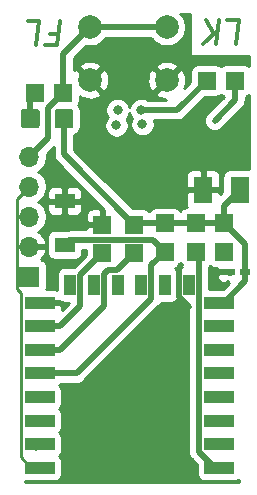
<source format=gbr>
G04 #@! TF.GenerationSoftware,KiCad,Pcbnew,(5.1.9)-1*
G04 #@! TF.CreationDate,2021-03-01T14:21:52+01:00*
G04 #@! TF.ProjectId,button_v1.2.2_Coin_Cell,62757474-6f6e-45f7-9631-2e322e325f43,rev?*
G04 #@! TF.SameCoordinates,Original*
G04 #@! TF.FileFunction,Copper,L1,Top*
G04 #@! TF.FilePolarity,Positive*
%FSLAX46Y46*%
G04 Gerber Fmt 4.6, Leading zero omitted, Abs format (unit mm)*
G04 Created by KiCad (PCBNEW (5.1.9)-1) date 2021-03-01 14:21:52*
%MOMM*%
%LPD*%
G01*
G04 APERTURE LIST*
G04 #@! TA.AperFunction,NonConductor*
%ADD10C,0.300000*%
G04 #@! TD*
G04 #@! TA.AperFunction,SMDPad,CuDef*
%ADD11R,2.500000X1.000000*%
G04 #@! TD*
G04 #@! TA.AperFunction,SMDPad,CuDef*
%ADD12R,1.000000X1.800000*%
G04 #@! TD*
G04 #@! TA.AperFunction,SMDPad,CuDef*
%ADD13R,1.650000X2.250000*%
G04 #@! TD*
G04 #@! TA.AperFunction,SMDPad,CuDef*
%ADD14R,0.900000X0.620000*%
G04 #@! TD*
G04 #@! TA.AperFunction,SMDPad,CuDef*
%ADD15R,1.500000X1.500000*%
G04 #@! TD*
G04 #@! TA.AperFunction,ComponentPad*
%ADD16C,2.000000*%
G04 #@! TD*
G04 #@! TA.AperFunction,SMDPad,CuDef*
%ADD17R,1.700000X1.300000*%
G04 #@! TD*
G04 #@! TA.AperFunction,ComponentPad*
%ADD18O,1.700000X1.700000*%
G04 #@! TD*
G04 #@! TA.AperFunction,ComponentPad*
%ADD19R,1.700000X1.700000*%
G04 #@! TD*
G04 #@! TA.AperFunction,ViaPad*
%ADD20C,0.800000*%
G04 #@! TD*
G04 #@! TA.AperFunction,ViaPad*
%ADD21C,0.500000*%
G04 #@! TD*
G04 #@! TA.AperFunction,Conductor*
%ADD22C,0.500000*%
G04 #@! TD*
G04 #@! TA.AperFunction,Conductor*
%ADD23C,0.250000*%
G04 #@! TD*
G04 #@! TA.AperFunction,Conductor*
%ADD24C,0.254000*%
G04 #@! TD*
G04 #@! TA.AperFunction,Conductor*
%ADD25C,0.150000*%
G04 #@! TD*
G04 APERTURE END LIST*
D10*
X133980922Y-55795238D02*
X134933303Y-55795238D01*
X134683303Y-57795238D01*
X133314255Y-55795238D02*
X133064255Y-57795238D01*
X132171398Y-55795238D02*
X132885684Y-56938095D01*
X131921398Y-57795238D02*
X133207113Y-56652380D01*
X118992827Y-56942857D02*
X119659494Y-56942857D01*
X119790446Y-55895238D02*
X119540446Y-57895238D01*
X118588065Y-57895238D01*
X117123779Y-55895238D02*
X118076160Y-55895238D01*
X117826160Y-57895238D01*
D11*
G04 #@! TO.P,X1,22*
G04 #@! TO.N,/TX*
X118100000Y-93700000D03*
G04 #@! TO.P,X1,21*
G04 #@! TO.N,/RX*
X118100000Y-91700000D03*
G04 #@! TO.P,X1,20*
G04 #@! TO.N,N/C*
X118100000Y-89700000D03*
G04 #@! TO.P,X1,19*
X118100000Y-87700000D03*
G04 #@! TO.P,X1,18*
G04 #@! TO.N,/GPIO0*
X118100000Y-85700000D03*
G04 #@! TO.P,X1,17*
G04 #@! TO.N,/GPIO2*
X118100000Y-83700000D03*
G04 #@! TO.P,X1,16*
G04 #@! TO.N,/GPIO15*
X118100000Y-81700000D03*
G04 #@! TO.P,X1,15*
G04 #@! TO.N,/GND*
X118100000Y-79700000D03*
D12*
G04 #@! TO.P,X1,14*
G04 #@! TO.N,N/C*
X120700000Y-78200000D03*
G04 #@! TO.P,X1,13*
X122700000Y-78200000D03*
G04 #@! TO.P,X1,12*
X124700000Y-78200000D03*
G04 #@! TO.P,X1,11*
X126700000Y-78200000D03*
G04 #@! TO.P,X1,10*
X128700000Y-78200000D03*
G04 #@! TO.P,X1,9*
X130700000Y-78200000D03*
D11*
G04 #@! TO.P,X1,8*
G04 #@! TO.N,/VCC*
X133300000Y-79700000D03*
G04 #@! TO.P,X1,7*
G04 #@! TO.N,N/C*
X133300000Y-81700000D03*
G04 #@! TO.P,X1,6*
X133300000Y-83700000D03*
G04 #@! TO.P,X1,5*
X133300000Y-85700000D03*
G04 #@! TO.P,X1,4*
X133300000Y-87700000D03*
G04 #@! TO.P,X1,3*
G04 #@! TO.N,/EN*
X133300000Y-89700000D03*
G04 #@! TO.P,X1,2*
G04 #@! TO.N,N/C*
X133300000Y-91700000D03*
G04 #@! TO.P,X1,1*
G04 #@! TO.N,/RST*
X133300000Y-93700000D03*
G04 #@! TD*
G04 #@! TO.P,D1,2*
G04 #@! TO.N,Net-(D1-Pad2)*
G04 #@! TA.AperFunction,SMDPad,CuDef*
G36*
G01*
X118105000Y-63555000D02*
X118105000Y-64705000D01*
G75*
G02*
X117855000Y-64955000I-250000J0D01*
G01*
X116755000Y-64955000D01*
G75*
G02*
X116505000Y-64705000I0J250000D01*
G01*
X116505000Y-63555000D01*
G75*
G02*
X116755000Y-63305000I250000J0D01*
G01*
X117855000Y-63305000D01*
G75*
G02*
X118105000Y-63555000I0J-250000D01*
G01*
G37*
G04 #@! TD.AperFunction*
G04 #@! TO.P,D1,1*
G04 #@! TO.N,/VCC*
G04 #@! TA.AperFunction,SMDPad,CuDef*
G36*
G01*
X120955000Y-63555000D02*
X120955000Y-64705000D01*
G75*
G02*
X120705000Y-64955000I-250000J0D01*
G01*
X119605000Y-64955000D01*
G75*
G02*
X119355000Y-64705000I0J250000D01*
G01*
X119355000Y-63555000D01*
G75*
G02*
X119605000Y-63305000I250000J0D01*
G01*
X120705000Y-63305000D01*
G75*
G02*
X120955000Y-63555000I0J-250000D01*
G01*
G37*
G04 #@! TD.AperFunction*
G04 #@! TD*
D13*
G04 #@! TO.P,C4,2*
G04 #@! TO.N,/GND*
X131927000Y-70164960D03*
G04 #@! TO.P,C4,1*
G04 #@! TO.N,/VCC*
X135027000Y-70164960D03*
G04 #@! TD*
D14*
G04 #@! TO.P,C5,2*
G04 #@! TO.N,/GND*
X134178280Y-77109320D03*
G04 #@! TO.P,C5,1*
G04 #@! TO.N,/VCC*
X135478280Y-77109320D03*
G04 #@! TD*
D15*
G04 #@! TO.P,R7,2*
G04 #@! TO.N,Net-(R7-Pad2)*
X134640000Y-60910000D03*
G04 #@! TO.P,R7,1*
G04 #@! TO.N,Net-(BT1-Pad1)*
X132240000Y-60910000D03*
G04 #@! TD*
G04 #@! TO.P,R6,2*
G04 #@! TO.N,/RST*
X120080000Y-61920000D03*
G04 #@! TO.P,R6,1*
G04 #@! TO.N,Net-(D1-Pad2)*
X117680000Y-61920000D03*
G04 #@! TD*
G04 #@! TO.P,R5,2*
G04 #@! TO.N,/GPIO15*
X123400000Y-75500000D03*
G04 #@! TO.P,R5,1*
G04 #@! TO.N,/GND*
X123400000Y-73100000D03*
G04 #@! TD*
G04 #@! TO.P,R4,2*
G04 #@! TO.N,/GPIO0*
X128700000Y-75400000D03*
G04 #@! TO.P,R4,1*
G04 #@! TO.N,/VCC*
X128700000Y-73000000D03*
G04 #@! TD*
G04 #@! TO.P,R3,2*
G04 #@! TO.N,/RST*
X131300000Y-75400000D03*
G04 #@! TO.P,R3,1*
G04 #@! TO.N,/VCC*
X131300000Y-73000000D03*
G04 #@! TD*
G04 #@! TO.P,R2,2*
G04 #@! TO.N,/GPIO2*
X126100000Y-75500000D03*
G04 #@! TO.P,R2,1*
G04 #@! TO.N,/VCC*
X126100000Y-73100000D03*
G04 #@! TD*
G04 #@! TO.P,R1,2*
G04 #@! TO.N,/EN*
X133700000Y-75400000D03*
G04 #@! TO.P,R1,1*
G04 #@! TO.N,/VCC*
X133700000Y-73000000D03*
G04 #@! TD*
D16*
G04 #@! TO.P,SW1,1*
G04 #@! TO.N,/RST*
X128850000Y-56380000D03*
G04 #@! TO.P,SW1,2*
G04 #@! TO.N,/GND*
X128850000Y-60880000D03*
G04 #@! TO.P,SW1,1*
G04 #@! TO.N,/RST*
X122350000Y-56380000D03*
G04 #@! TO.P,SW1,2*
G04 #@! TO.N,/GND*
X122350000Y-60880000D03*
G04 #@! TD*
D17*
G04 #@! TO.P,SW2,2*
G04 #@! TO.N,/GND*
X120205500Y-71111500D03*
G04 #@! TO.P,SW2,1*
G04 #@! TO.N,/GPIO0*
X120205500Y-74811500D03*
G04 #@! TD*
D18*
G04 #@! TO.P,J1,5*
G04 #@! TO.N,/RST*
X117220000Y-67340000D03*
G04 #@! TO.P,J1,4*
G04 #@! TO.N,/TX*
X117220000Y-69880000D03*
G04 #@! TO.P,J1,3*
G04 #@! TO.N,/RX*
X117220000Y-72420000D03*
G04 #@! TO.P,J1,2*
G04 #@! TO.N,/GND*
X117220000Y-74960000D03*
D19*
G04 #@! TO.P,J1,1*
G04 #@! TO.N,/VCC*
X117220000Y-77500000D03*
G04 #@! TD*
D20*
G04 #@! TO.N,/VCC*
X135000000Y-70100000D03*
X133350010Y-79709210D03*
D21*
G04 #@! TO.N,/GND*
X134200000Y-77100000D03*
D20*
X123500000Y-73100000D03*
X118600000Y-79700000D03*
X117500000Y-79800000D03*
X120200000Y-71100000D03*
X124900000Y-94000000D03*
X126800000Y-94000000D03*
X126700000Y-92700000D03*
X124700000Y-92800000D03*
D21*
X131700000Y-70700000D03*
X131800000Y-69700000D03*
X135100000Y-65300000D03*
X131900000Y-64300000D03*
X125200000Y-70700000D03*
X133300000Y-77100000D03*
X130100000Y-76500000D03*
D20*
G04 #@! TO.N,/RST*
X133300000Y-93700000D03*
D21*
X131400000Y-75500000D03*
D20*
G04 #@! TO.N,/RX*
X117750000Y-91850000D03*
G04 #@! TO.N,/EN*
X133700000Y-75500000D03*
X133300000Y-89700000D03*
G04 #@! TO.N,Net-(BT1-Pad1)*
X126800000Y-64600000D03*
X126700000Y-63400000D03*
X124700000Y-63400000D03*
X124600000Y-64700000D03*
D21*
G04 #@! TO.N,Net-(R7-Pad2)*
X132900000Y-64300000D03*
G04 #@! TD*
D22*
G04 #@! TO.N,/VCC*
X133700000Y-71491960D02*
X135027000Y-70164960D01*
X133700000Y-73000000D02*
X133700000Y-71491960D01*
X133700000Y-73000000D02*
X131300000Y-73000000D01*
X131300000Y-73000000D02*
X128700000Y-73000000D01*
X126200000Y-73000000D02*
X126100000Y-73100000D01*
X128700000Y-73000000D02*
X126200000Y-73000000D01*
X135478280Y-74778280D02*
X135478280Y-77109320D01*
X133700000Y-73000000D02*
X135478280Y-74778280D01*
X133300000Y-79700000D02*
X133300000Y-79700000D01*
X135478280Y-77109320D02*
X135478280Y-77919320D01*
X135478280Y-77919320D02*
X133688390Y-79709210D01*
X133688390Y-79709210D02*
X133350010Y-79709210D01*
X120155000Y-67155000D02*
X126100000Y-73100000D01*
X120155000Y-64130000D02*
X120155000Y-67155000D01*
G04 #@! TO.N,/GND*
X131927000Y-70164960D02*
X125735040Y-70164960D01*
X125735040Y-70164960D02*
X125200000Y-70700000D01*
X125200000Y-70700000D02*
X125200000Y-70700000D01*
X129849999Y-76750001D02*
X129849999Y-79249999D01*
X130100000Y-76500000D02*
X129849999Y-76750001D01*
X129849999Y-79249999D02*
X130700000Y-80100000D01*
G04 #@! TO.N,/RST*
X128850000Y-56380000D02*
X122350000Y-56380000D01*
X120080000Y-58650000D02*
X120080000Y-61920000D01*
X122350000Y-56380000D02*
X120080000Y-58650000D01*
X118780001Y-63219999D02*
X120080000Y-61920000D01*
X118780001Y-65779999D02*
X118780001Y-63219999D01*
X117220000Y-67340000D02*
X118780001Y-65779999D01*
X132919998Y-93700000D02*
X133300000Y-93700000D01*
X131550001Y-92330003D02*
X132919998Y-93700000D01*
X131550001Y-75650001D02*
X131550001Y-92330003D01*
X131300000Y-75400000D02*
X131550001Y-75650001D01*
X133300000Y-93700000D02*
X133300000Y-93700000D01*
D23*
G04 #@! TO.N,/TX*
X118100000Y-93700000D02*
X117400000Y-93700000D01*
X116144999Y-70955001D02*
X117220000Y-69880000D01*
X116144999Y-78530001D02*
X116144999Y-70955001D01*
X116480010Y-78865012D02*
X116144999Y-78530001D01*
X116480010Y-92780010D02*
X116480010Y-78865012D01*
X117400000Y-93700000D02*
X116480010Y-92780010D01*
D22*
G04 #@! TO.N,/GPIO2*
X119850000Y-83700000D02*
X118100000Y-83700000D01*
X123550001Y-77319997D02*
X123550001Y-79999999D01*
X123919999Y-76949999D02*
X123550001Y-77319997D01*
X124650001Y-76949999D02*
X123919999Y-76949999D01*
X123550001Y-79999999D02*
X119850000Y-83700000D01*
X126100000Y-75500000D02*
X124650001Y-76949999D01*
G04 #@! TO.N,/GPIO0*
X121230002Y-85700000D02*
X118100000Y-85700000D01*
X127550001Y-79380001D02*
X121230002Y-85700000D01*
X127550001Y-76549999D02*
X127550001Y-79380001D01*
X128700000Y-75400000D02*
X127550001Y-76549999D01*
X120617001Y-74399999D02*
X127699999Y-74399999D01*
X127699999Y-74399999D02*
X128700000Y-75400000D01*
X120205500Y-74811500D02*
X120617001Y-74399999D01*
G04 #@! TO.N,Net-(BT1-Pad1)*
X129750000Y-63400000D02*
X132240000Y-60910000D01*
X126700000Y-63400000D02*
X129750000Y-63400000D01*
G04 #@! TO.N,/GPIO15*
X119850000Y-81700000D02*
X118100000Y-81700000D01*
X121550001Y-79999999D02*
X119850000Y-81700000D01*
X121550001Y-77349999D02*
X121550001Y-79999999D01*
X123400000Y-75500000D02*
X121550001Y-77349999D01*
G04 #@! TO.N,Net-(R7-Pad2)*
X134640000Y-60910000D02*
X134640000Y-62560000D01*
X134640000Y-62560000D02*
X132900000Y-64300000D01*
X132900000Y-64300000D02*
X132900000Y-64300000D01*
G04 #@! TO.N,Net-(D1-Pad2)*
X117305000Y-62295000D02*
X117680000Y-61920000D01*
X117305000Y-64130000D02*
X117305000Y-62295000D01*
G04 #@! TD*
D24*
G04 #@! TO.N,/GND*
X129748815Y-79551185D02*
X129845506Y-79630537D01*
X129955820Y-79689502D01*
X130075518Y-79725812D01*
X130200000Y-79738072D01*
X130665001Y-79738072D01*
X130665002Y-92286524D01*
X130660720Y-92330003D01*
X130677806Y-92503493D01*
X130728413Y-92670316D01*
X130810591Y-92824062D01*
X130893469Y-92925049D01*
X130893472Y-92925052D01*
X130921185Y-92958820D01*
X130954952Y-92986532D01*
X131411928Y-93443508D01*
X131411928Y-94200000D01*
X131424188Y-94324482D01*
X131460498Y-94444180D01*
X131519463Y-94554494D01*
X131598815Y-94651185D01*
X131695506Y-94730537D01*
X131805820Y-94789502D01*
X131925518Y-94825812D01*
X132050000Y-94838072D01*
X134550000Y-94838072D01*
X134674482Y-94825812D01*
X134794180Y-94789502D01*
X134904494Y-94730537D01*
X134951001Y-94692370D01*
X134951001Y-94873000D01*
X116890000Y-94873000D01*
X116890000Y-94838072D01*
X119350000Y-94838072D01*
X119474482Y-94825812D01*
X119594180Y-94789502D01*
X119704494Y-94730537D01*
X119801185Y-94651185D01*
X119880537Y-94554494D01*
X119939502Y-94444180D01*
X119975812Y-94324482D01*
X119988072Y-94200000D01*
X119988072Y-93200000D01*
X119975812Y-93075518D01*
X119939502Y-92955820D01*
X119880537Y-92845506D01*
X119801185Y-92748815D01*
X119741704Y-92700000D01*
X119801185Y-92651185D01*
X119880537Y-92554494D01*
X119939502Y-92444180D01*
X119975812Y-92324482D01*
X119988072Y-92200000D01*
X119988072Y-91200000D01*
X119975812Y-91075518D01*
X119939502Y-90955820D01*
X119880537Y-90845506D01*
X119801185Y-90748815D01*
X119741704Y-90700000D01*
X119801185Y-90651185D01*
X119880537Y-90554494D01*
X119939502Y-90444180D01*
X119975812Y-90324482D01*
X119988072Y-90200000D01*
X119988072Y-89200000D01*
X119975812Y-89075518D01*
X119939502Y-88955820D01*
X119880537Y-88845506D01*
X119801185Y-88748815D01*
X119741704Y-88700000D01*
X119801185Y-88651185D01*
X119880537Y-88554494D01*
X119939502Y-88444180D01*
X119975812Y-88324482D01*
X119988072Y-88200000D01*
X119988072Y-87200000D01*
X119975812Y-87075518D01*
X119939502Y-86955820D01*
X119880537Y-86845506D01*
X119801185Y-86748815D01*
X119741704Y-86700000D01*
X119801185Y-86651185D01*
X119855501Y-86585000D01*
X121186533Y-86585000D01*
X121230002Y-86589281D01*
X121273471Y-86585000D01*
X121273479Y-86585000D01*
X121403492Y-86572195D01*
X121570315Y-86521589D01*
X121724061Y-86439411D01*
X121858819Y-86328817D01*
X121886536Y-86295044D01*
X128145050Y-80036531D01*
X128178818Y-80008818D01*
X128289412Y-79874060D01*
X128362098Y-79738072D01*
X129200000Y-79738072D01*
X129324482Y-79725812D01*
X129444180Y-79689502D01*
X129554494Y-79630537D01*
X129651185Y-79551185D01*
X129700000Y-79491704D01*
X129748815Y-79551185D01*
G04 #@! TA.AperFunction,Conductor*
D25*
G36*
X129748815Y-79551185D02*
G01*
X129845506Y-79630537D01*
X129955820Y-79689502D01*
X130075518Y-79725812D01*
X130200000Y-79738072D01*
X130665001Y-79738072D01*
X130665002Y-92286524D01*
X130660720Y-92330003D01*
X130677806Y-92503493D01*
X130728413Y-92670316D01*
X130810591Y-92824062D01*
X130893469Y-92925049D01*
X130893472Y-92925052D01*
X130921185Y-92958820D01*
X130954952Y-92986532D01*
X131411928Y-93443508D01*
X131411928Y-94200000D01*
X131424188Y-94324482D01*
X131460498Y-94444180D01*
X131519463Y-94554494D01*
X131598815Y-94651185D01*
X131695506Y-94730537D01*
X131805820Y-94789502D01*
X131925518Y-94825812D01*
X132050000Y-94838072D01*
X134550000Y-94838072D01*
X134674482Y-94825812D01*
X134794180Y-94789502D01*
X134904494Y-94730537D01*
X134951001Y-94692370D01*
X134951001Y-94873000D01*
X116890000Y-94873000D01*
X116890000Y-94838072D01*
X119350000Y-94838072D01*
X119474482Y-94825812D01*
X119594180Y-94789502D01*
X119704494Y-94730537D01*
X119801185Y-94651185D01*
X119880537Y-94554494D01*
X119939502Y-94444180D01*
X119975812Y-94324482D01*
X119988072Y-94200000D01*
X119988072Y-93200000D01*
X119975812Y-93075518D01*
X119939502Y-92955820D01*
X119880537Y-92845506D01*
X119801185Y-92748815D01*
X119741704Y-92700000D01*
X119801185Y-92651185D01*
X119880537Y-92554494D01*
X119939502Y-92444180D01*
X119975812Y-92324482D01*
X119988072Y-92200000D01*
X119988072Y-91200000D01*
X119975812Y-91075518D01*
X119939502Y-90955820D01*
X119880537Y-90845506D01*
X119801185Y-90748815D01*
X119741704Y-90700000D01*
X119801185Y-90651185D01*
X119880537Y-90554494D01*
X119939502Y-90444180D01*
X119975812Y-90324482D01*
X119988072Y-90200000D01*
X119988072Y-89200000D01*
X119975812Y-89075518D01*
X119939502Y-88955820D01*
X119880537Y-88845506D01*
X119801185Y-88748815D01*
X119741704Y-88700000D01*
X119801185Y-88651185D01*
X119880537Y-88554494D01*
X119939502Y-88444180D01*
X119975812Y-88324482D01*
X119988072Y-88200000D01*
X119988072Y-87200000D01*
X119975812Y-87075518D01*
X119939502Y-86955820D01*
X119880537Y-86845506D01*
X119801185Y-86748815D01*
X119741704Y-86700000D01*
X119801185Y-86651185D01*
X119855501Y-86585000D01*
X121186533Y-86585000D01*
X121230002Y-86589281D01*
X121273471Y-86585000D01*
X121273479Y-86585000D01*
X121403492Y-86572195D01*
X121570315Y-86521589D01*
X121724061Y-86439411D01*
X121858819Y-86328817D01*
X121886536Y-86295044D01*
X128145050Y-80036531D01*
X128178818Y-80008818D01*
X128289412Y-79874060D01*
X128362098Y-79738072D01*
X129200000Y-79738072D01*
X129324482Y-79725812D01*
X129444180Y-79689502D01*
X129554494Y-79630537D01*
X129651185Y-79551185D01*
X129700000Y-79491704D01*
X129748815Y-79551185D01*
G37*
G04 #@! TD.AperFunction*
D24*
X118227000Y-79573000D02*
X119775397Y-79573000D01*
X119845506Y-79630537D01*
X119955820Y-79689502D01*
X120075518Y-79725812D01*
X120200000Y-79738072D01*
X120560349Y-79738072D01*
X119976017Y-80322405D01*
X119988072Y-80200000D01*
X119985000Y-79985750D01*
X119826250Y-79827000D01*
X118227000Y-79827000D01*
X118227000Y-79847000D01*
X117973000Y-79847000D01*
X117973000Y-79827000D01*
X117953000Y-79827000D01*
X117953000Y-79573000D01*
X117973000Y-79573000D01*
X117973000Y-79553000D01*
X118227000Y-79553000D01*
X118227000Y-79573000D01*
G04 #@! TA.AperFunction,Conductor*
D25*
G36*
X118227000Y-79573000D02*
G01*
X119775397Y-79573000D01*
X119845506Y-79630537D01*
X119955820Y-79689502D01*
X120075518Y-79725812D01*
X120200000Y-79738072D01*
X120560349Y-79738072D01*
X119976017Y-80322405D01*
X119988072Y-80200000D01*
X119985000Y-79985750D01*
X119826250Y-79827000D01*
X118227000Y-79827000D01*
X118227000Y-79847000D01*
X117973000Y-79847000D01*
X117973000Y-79827000D01*
X117953000Y-79827000D01*
X117953000Y-79573000D01*
X117973000Y-79573000D01*
X117973000Y-79553000D01*
X118227000Y-79553000D01*
X118227000Y-79573000D01*
G37*
G04 #@! TD.AperFunction*
D24*
X119270001Y-67111521D02*
X119265719Y-67155000D01*
X119282805Y-67328490D01*
X119333412Y-67495313D01*
X119415590Y-67649059D01*
X119498468Y-67750046D01*
X119498471Y-67750049D01*
X119526184Y-67783817D01*
X119559952Y-67811530D01*
X123574586Y-71826164D01*
X123527000Y-71873750D01*
X123527000Y-72973000D01*
X123547000Y-72973000D01*
X123547000Y-73227000D01*
X123527000Y-73227000D01*
X123527000Y-73247000D01*
X123273000Y-73247000D01*
X123273000Y-73227000D01*
X122173750Y-73227000D01*
X122015000Y-73385750D01*
X122014145Y-73514999D01*
X120660466Y-73514999D01*
X120617000Y-73510718D01*
X120573534Y-73514999D01*
X120573524Y-73514999D01*
X120487942Y-73523428D01*
X119355500Y-73523428D01*
X119231018Y-73535688D01*
X119111320Y-73571998D01*
X119001006Y-73630963D01*
X118904315Y-73710315D01*
X118824963Y-73807006D01*
X118765998Y-73917320D01*
X118729688Y-74037018D01*
X118717428Y-74161500D01*
X118717428Y-75461500D01*
X118729688Y-75585982D01*
X118765998Y-75705680D01*
X118824963Y-75815994D01*
X118904315Y-75912685D01*
X119001006Y-75992037D01*
X119111320Y-76051002D01*
X119231018Y-76087312D01*
X119355500Y-76099572D01*
X121055500Y-76099572D01*
X121179982Y-76087312D01*
X121299680Y-76051002D01*
X121409994Y-75992037D01*
X121506685Y-75912685D01*
X121586037Y-75815994D01*
X121645002Y-75705680D01*
X121681312Y-75585982D01*
X121693572Y-75461500D01*
X121693572Y-75284999D01*
X122011928Y-75284999D01*
X122011928Y-75636493D01*
X120986494Y-76661928D01*
X120200000Y-76661928D01*
X120075518Y-76674188D01*
X119955820Y-76710498D01*
X119845506Y-76769463D01*
X119748815Y-76848815D01*
X119669463Y-76945506D01*
X119610498Y-77055820D01*
X119574188Y-77175518D01*
X119561928Y-77300000D01*
X119561928Y-78600714D01*
X119474482Y-78574188D01*
X119350000Y-78561928D01*
X118668627Y-78564099D01*
X118695812Y-78474482D01*
X118708072Y-78350000D01*
X118708072Y-76650000D01*
X118695812Y-76525518D01*
X118659502Y-76405820D01*
X118600537Y-76295506D01*
X118521185Y-76198815D01*
X118424494Y-76119463D01*
X118314180Y-76060498D01*
X118233534Y-76036034D01*
X118317588Y-75960269D01*
X118491641Y-75726920D01*
X118616825Y-75464099D01*
X118661476Y-75316890D01*
X118540155Y-75087000D01*
X117347000Y-75087000D01*
X117347000Y-75107000D01*
X117093000Y-75107000D01*
X117093000Y-75087000D01*
X117073000Y-75087000D01*
X117073000Y-74833000D01*
X117093000Y-74833000D01*
X117093000Y-74813000D01*
X117347000Y-74813000D01*
X117347000Y-74833000D01*
X118540155Y-74833000D01*
X118661476Y-74603110D01*
X118616825Y-74455901D01*
X118491641Y-74193080D01*
X118317588Y-73959731D01*
X118101355Y-73764822D01*
X117984466Y-73695195D01*
X118166632Y-73573475D01*
X118373475Y-73366632D01*
X118535990Y-73123411D01*
X118647932Y-72853158D01*
X118705000Y-72566260D01*
X118705000Y-72273740D01*
X118647932Y-71986842D01*
X118554593Y-71761500D01*
X118717428Y-71761500D01*
X118729688Y-71885982D01*
X118765998Y-72005680D01*
X118824963Y-72115994D01*
X118904315Y-72212685D01*
X119001006Y-72292037D01*
X119111320Y-72351002D01*
X119231018Y-72387312D01*
X119355500Y-72399572D01*
X119919750Y-72396500D01*
X120078500Y-72237750D01*
X120078500Y-71238500D01*
X120332500Y-71238500D01*
X120332500Y-72237750D01*
X120491250Y-72396500D01*
X121055500Y-72399572D01*
X121179982Y-72387312D01*
X121299680Y-72351002D01*
X121301554Y-72350000D01*
X122011928Y-72350000D01*
X122015000Y-72814250D01*
X122173750Y-72973000D01*
X123273000Y-72973000D01*
X123273000Y-71873750D01*
X123114250Y-71715000D01*
X122650000Y-71711928D01*
X122525518Y-71724188D01*
X122405820Y-71760498D01*
X122295506Y-71819463D01*
X122198815Y-71898815D01*
X122119463Y-71995506D01*
X122060498Y-72105820D01*
X122024188Y-72225518D01*
X122011928Y-72350000D01*
X121301554Y-72350000D01*
X121409994Y-72292037D01*
X121506685Y-72212685D01*
X121586037Y-72115994D01*
X121645002Y-72005680D01*
X121681312Y-71885982D01*
X121693572Y-71761500D01*
X121690500Y-71397250D01*
X121531750Y-71238500D01*
X120332500Y-71238500D01*
X120078500Y-71238500D01*
X118879250Y-71238500D01*
X118720500Y-71397250D01*
X118717428Y-71761500D01*
X118554593Y-71761500D01*
X118535990Y-71716589D01*
X118373475Y-71473368D01*
X118166632Y-71266525D01*
X117992240Y-71150000D01*
X118166632Y-71033475D01*
X118373475Y-70826632D01*
X118535990Y-70583411D01*
X118586486Y-70461500D01*
X118717428Y-70461500D01*
X118720500Y-70825750D01*
X118879250Y-70984500D01*
X120078500Y-70984500D01*
X120078500Y-69985250D01*
X120332500Y-69985250D01*
X120332500Y-70984500D01*
X121531750Y-70984500D01*
X121690500Y-70825750D01*
X121693572Y-70461500D01*
X121681312Y-70337018D01*
X121645002Y-70217320D01*
X121586037Y-70107006D01*
X121506685Y-70010315D01*
X121409994Y-69930963D01*
X121299680Y-69871998D01*
X121179982Y-69835688D01*
X121055500Y-69823428D01*
X120491250Y-69826500D01*
X120332500Y-69985250D01*
X120078500Y-69985250D01*
X119919750Y-69826500D01*
X119355500Y-69823428D01*
X119231018Y-69835688D01*
X119111320Y-69871998D01*
X119001006Y-69930963D01*
X118904315Y-70010315D01*
X118824963Y-70107006D01*
X118765998Y-70217320D01*
X118729688Y-70337018D01*
X118717428Y-70461500D01*
X118586486Y-70461500D01*
X118647932Y-70313158D01*
X118705000Y-70026260D01*
X118705000Y-69733740D01*
X118647932Y-69446842D01*
X118535990Y-69176589D01*
X118373475Y-68933368D01*
X118166632Y-68726525D01*
X117992240Y-68610000D01*
X118166632Y-68493475D01*
X118373475Y-68286632D01*
X118535990Y-68043411D01*
X118647932Y-67773158D01*
X118705000Y-67486260D01*
X118705000Y-67193740D01*
X118690539Y-67121040D01*
X119270001Y-66541578D01*
X119270001Y-67111521D01*
G04 #@! TA.AperFunction,Conductor*
D25*
G36*
X119270001Y-67111521D02*
G01*
X119265719Y-67155000D01*
X119282805Y-67328490D01*
X119333412Y-67495313D01*
X119415590Y-67649059D01*
X119498468Y-67750046D01*
X119498471Y-67750049D01*
X119526184Y-67783817D01*
X119559952Y-67811530D01*
X123574586Y-71826164D01*
X123527000Y-71873750D01*
X123527000Y-72973000D01*
X123547000Y-72973000D01*
X123547000Y-73227000D01*
X123527000Y-73227000D01*
X123527000Y-73247000D01*
X123273000Y-73247000D01*
X123273000Y-73227000D01*
X122173750Y-73227000D01*
X122015000Y-73385750D01*
X122014145Y-73514999D01*
X120660466Y-73514999D01*
X120617000Y-73510718D01*
X120573534Y-73514999D01*
X120573524Y-73514999D01*
X120487942Y-73523428D01*
X119355500Y-73523428D01*
X119231018Y-73535688D01*
X119111320Y-73571998D01*
X119001006Y-73630963D01*
X118904315Y-73710315D01*
X118824963Y-73807006D01*
X118765998Y-73917320D01*
X118729688Y-74037018D01*
X118717428Y-74161500D01*
X118717428Y-75461500D01*
X118729688Y-75585982D01*
X118765998Y-75705680D01*
X118824963Y-75815994D01*
X118904315Y-75912685D01*
X119001006Y-75992037D01*
X119111320Y-76051002D01*
X119231018Y-76087312D01*
X119355500Y-76099572D01*
X121055500Y-76099572D01*
X121179982Y-76087312D01*
X121299680Y-76051002D01*
X121409994Y-75992037D01*
X121506685Y-75912685D01*
X121586037Y-75815994D01*
X121645002Y-75705680D01*
X121681312Y-75585982D01*
X121693572Y-75461500D01*
X121693572Y-75284999D01*
X122011928Y-75284999D01*
X122011928Y-75636493D01*
X120986494Y-76661928D01*
X120200000Y-76661928D01*
X120075518Y-76674188D01*
X119955820Y-76710498D01*
X119845506Y-76769463D01*
X119748815Y-76848815D01*
X119669463Y-76945506D01*
X119610498Y-77055820D01*
X119574188Y-77175518D01*
X119561928Y-77300000D01*
X119561928Y-78600714D01*
X119474482Y-78574188D01*
X119350000Y-78561928D01*
X118668627Y-78564099D01*
X118695812Y-78474482D01*
X118708072Y-78350000D01*
X118708072Y-76650000D01*
X118695812Y-76525518D01*
X118659502Y-76405820D01*
X118600537Y-76295506D01*
X118521185Y-76198815D01*
X118424494Y-76119463D01*
X118314180Y-76060498D01*
X118233534Y-76036034D01*
X118317588Y-75960269D01*
X118491641Y-75726920D01*
X118616825Y-75464099D01*
X118661476Y-75316890D01*
X118540155Y-75087000D01*
X117347000Y-75087000D01*
X117347000Y-75107000D01*
X117093000Y-75107000D01*
X117093000Y-75087000D01*
X117073000Y-75087000D01*
X117073000Y-74833000D01*
X117093000Y-74833000D01*
X117093000Y-74813000D01*
X117347000Y-74813000D01*
X117347000Y-74833000D01*
X118540155Y-74833000D01*
X118661476Y-74603110D01*
X118616825Y-74455901D01*
X118491641Y-74193080D01*
X118317588Y-73959731D01*
X118101355Y-73764822D01*
X117984466Y-73695195D01*
X118166632Y-73573475D01*
X118373475Y-73366632D01*
X118535990Y-73123411D01*
X118647932Y-72853158D01*
X118705000Y-72566260D01*
X118705000Y-72273740D01*
X118647932Y-71986842D01*
X118554593Y-71761500D01*
X118717428Y-71761500D01*
X118729688Y-71885982D01*
X118765998Y-72005680D01*
X118824963Y-72115994D01*
X118904315Y-72212685D01*
X119001006Y-72292037D01*
X119111320Y-72351002D01*
X119231018Y-72387312D01*
X119355500Y-72399572D01*
X119919750Y-72396500D01*
X120078500Y-72237750D01*
X120078500Y-71238500D01*
X120332500Y-71238500D01*
X120332500Y-72237750D01*
X120491250Y-72396500D01*
X121055500Y-72399572D01*
X121179982Y-72387312D01*
X121299680Y-72351002D01*
X121301554Y-72350000D01*
X122011928Y-72350000D01*
X122015000Y-72814250D01*
X122173750Y-72973000D01*
X123273000Y-72973000D01*
X123273000Y-71873750D01*
X123114250Y-71715000D01*
X122650000Y-71711928D01*
X122525518Y-71724188D01*
X122405820Y-71760498D01*
X122295506Y-71819463D01*
X122198815Y-71898815D01*
X122119463Y-71995506D01*
X122060498Y-72105820D01*
X122024188Y-72225518D01*
X122011928Y-72350000D01*
X121301554Y-72350000D01*
X121409994Y-72292037D01*
X121506685Y-72212685D01*
X121586037Y-72115994D01*
X121645002Y-72005680D01*
X121681312Y-71885982D01*
X121693572Y-71761500D01*
X121690500Y-71397250D01*
X121531750Y-71238500D01*
X120332500Y-71238500D01*
X120078500Y-71238500D01*
X118879250Y-71238500D01*
X118720500Y-71397250D01*
X118717428Y-71761500D01*
X118554593Y-71761500D01*
X118535990Y-71716589D01*
X118373475Y-71473368D01*
X118166632Y-71266525D01*
X117992240Y-71150000D01*
X118166632Y-71033475D01*
X118373475Y-70826632D01*
X118535990Y-70583411D01*
X118586486Y-70461500D01*
X118717428Y-70461500D01*
X118720500Y-70825750D01*
X118879250Y-70984500D01*
X120078500Y-70984500D01*
X120078500Y-69985250D01*
X120332500Y-69985250D01*
X120332500Y-70984500D01*
X121531750Y-70984500D01*
X121690500Y-70825750D01*
X121693572Y-70461500D01*
X121681312Y-70337018D01*
X121645002Y-70217320D01*
X121586037Y-70107006D01*
X121506685Y-70010315D01*
X121409994Y-69930963D01*
X121299680Y-69871998D01*
X121179982Y-69835688D01*
X121055500Y-69823428D01*
X120491250Y-69826500D01*
X120332500Y-69985250D01*
X120078500Y-69985250D01*
X119919750Y-69826500D01*
X119355500Y-69823428D01*
X119231018Y-69835688D01*
X119111320Y-69871998D01*
X119001006Y-69930963D01*
X118904315Y-70010315D01*
X118824963Y-70107006D01*
X118765998Y-70217320D01*
X118729688Y-70337018D01*
X118717428Y-70461500D01*
X118586486Y-70461500D01*
X118647932Y-70313158D01*
X118705000Y-70026260D01*
X118705000Y-69733740D01*
X118647932Y-69446842D01*
X118535990Y-69176589D01*
X118373475Y-68933368D01*
X118166632Y-68726525D01*
X117992240Y-68610000D01*
X118166632Y-68493475D01*
X118373475Y-68286632D01*
X118535990Y-68043411D01*
X118647932Y-67773158D01*
X118705000Y-67486260D01*
X118705000Y-67193740D01*
X118690539Y-67121040D01*
X119270001Y-66541578D01*
X119270001Y-67111521D01*
G37*
G04 #@! TD.AperFunction*
D24*
X132595506Y-76680537D02*
X132705820Y-76739502D01*
X132825518Y-76775812D01*
X132950000Y-76788072D01*
X133091316Y-76788072D01*
X133090208Y-76799320D01*
X133093280Y-76823570D01*
X133252030Y-76982320D01*
X134051280Y-76982320D01*
X134051280Y-76962320D01*
X134305280Y-76962320D01*
X134305280Y-76982320D01*
X134325280Y-76982320D01*
X134325280Y-77236320D01*
X134305280Y-77236320D01*
X134305280Y-77256320D01*
X134051280Y-77256320D01*
X134051280Y-77236320D01*
X133252030Y-77236320D01*
X133093280Y-77395070D01*
X133090208Y-77419320D01*
X133102468Y-77543802D01*
X133138778Y-77663500D01*
X133197743Y-77773814D01*
X133277095Y-77870505D01*
X133373786Y-77949857D01*
X133484100Y-78008822D01*
X133603798Y-78045132D01*
X133728280Y-78057392D01*
X133892530Y-78054320D01*
X134051278Y-77895572D01*
X134051278Y-78054320D01*
X134091701Y-78054320D01*
X133584094Y-78561928D01*
X132435001Y-78561928D01*
X132435001Y-76655501D01*
X132500000Y-76602158D01*
X132595506Y-76680537D01*
G04 #@! TA.AperFunction,Conductor*
D25*
G36*
X132595506Y-76680537D02*
G01*
X132705820Y-76739502D01*
X132825518Y-76775812D01*
X132950000Y-76788072D01*
X133091316Y-76788072D01*
X133090208Y-76799320D01*
X133093280Y-76823570D01*
X133252030Y-76982320D01*
X134051280Y-76982320D01*
X134051280Y-76962320D01*
X134305280Y-76962320D01*
X134305280Y-76982320D01*
X134325280Y-76982320D01*
X134325280Y-77236320D01*
X134305280Y-77236320D01*
X134305280Y-77256320D01*
X134051280Y-77256320D01*
X134051280Y-77236320D01*
X133252030Y-77236320D01*
X133093280Y-77395070D01*
X133090208Y-77419320D01*
X133102468Y-77543802D01*
X133138778Y-77663500D01*
X133197743Y-77773814D01*
X133277095Y-77870505D01*
X133373786Y-77949857D01*
X133484100Y-78008822D01*
X133603798Y-78045132D01*
X133728280Y-78057392D01*
X133892530Y-78054320D01*
X134051278Y-77895572D01*
X134051278Y-78054320D01*
X134091701Y-78054320D01*
X133584094Y-78561928D01*
X132435001Y-78561928D01*
X132435001Y-76655501D01*
X132500000Y-76602158D01*
X132595506Y-76680537D01*
G37*
G04 #@! TD.AperFunction*
D24*
X130019463Y-76504494D02*
X130098815Y-76601185D01*
X130175742Y-76664317D01*
X130075518Y-76674188D01*
X129955820Y-76710498D01*
X129845506Y-76769463D01*
X129748815Y-76848815D01*
X129700000Y-76908296D01*
X129651185Y-76848815D01*
X129563543Y-76776889D01*
X129574482Y-76775812D01*
X129694180Y-76739502D01*
X129804494Y-76680537D01*
X129901185Y-76601185D01*
X129980537Y-76504494D01*
X130000000Y-76468082D01*
X130019463Y-76504494D01*
G04 #@! TA.AperFunction,Conductor*
D25*
G36*
X130019463Y-76504494D02*
G01*
X130098815Y-76601185D01*
X130175742Y-76664317D01*
X130075518Y-76674188D01*
X129955820Y-76710498D01*
X129845506Y-76769463D01*
X129748815Y-76848815D01*
X129700000Y-76908296D01*
X129651185Y-76848815D01*
X129563543Y-76776889D01*
X129574482Y-76775812D01*
X129694180Y-76739502D01*
X129804494Y-76680537D01*
X129901185Y-76601185D01*
X129980537Y-76504494D01*
X130000000Y-76468082D01*
X130019463Y-76504494D01*
G37*
G04 #@! TD.AperFunction*
D24*
X130805476Y-58850000D02*
X135840000Y-58850000D01*
X135840000Y-59707843D01*
X135744494Y-59629463D01*
X135634180Y-59570498D01*
X135514482Y-59534188D01*
X135390000Y-59521928D01*
X133890000Y-59521928D01*
X133765518Y-59534188D01*
X133645820Y-59570498D01*
X133535506Y-59629463D01*
X133440000Y-59707842D01*
X133344494Y-59629463D01*
X133234180Y-59570498D01*
X133114482Y-59534188D01*
X132990000Y-59521928D01*
X131490000Y-59521928D01*
X131365518Y-59534188D01*
X131245820Y-59570498D01*
X131135506Y-59629463D01*
X131038815Y-59708815D01*
X130959463Y-59805506D01*
X130900498Y-59915820D01*
X130864188Y-60035518D01*
X130851928Y-60160000D01*
X130851928Y-61046493D01*
X130336434Y-61561988D01*
X130390704Y-61450429D01*
X130472384Y-61138892D01*
X130491718Y-60817405D01*
X130447961Y-60498325D01*
X130342795Y-60193912D01*
X130249814Y-60019956D01*
X129985413Y-59924192D01*
X129029605Y-60880000D01*
X129043748Y-60894143D01*
X128864143Y-61073748D01*
X128850000Y-61059605D01*
X127894192Y-62015413D01*
X127989956Y-62279814D01*
X128279571Y-62420704D01*
X128591108Y-62502384D01*
X128800888Y-62515000D01*
X127238454Y-62515000D01*
X127190256Y-62482795D01*
X127001898Y-62404774D01*
X126801939Y-62365000D01*
X126598061Y-62365000D01*
X126398102Y-62404774D01*
X126209744Y-62482795D01*
X126040226Y-62596063D01*
X125896063Y-62740226D01*
X125782795Y-62909744D01*
X125704774Y-63098102D01*
X125700000Y-63122103D01*
X125695226Y-63098102D01*
X125617205Y-62909744D01*
X125503937Y-62740226D01*
X125359774Y-62596063D01*
X125190256Y-62482795D01*
X125001898Y-62404774D01*
X124801939Y-62365000D01*
X124598061Y-62365000D01*
X124398102Y-62404774D01*
X124209744Y-62482795D01*
X124040226Y-62596063D01*
X123896063Y-62740226D01*
X123782795Y-62909744D01*
X123704774Y-63098102D01*
X123665000Y-63298061D01*
X123665000Y-63501939D01*
X123704774Y-63701898D01*
X123782795Y-63890256D01*
X123848179Y-63988110D01*
X123796063Y-64040226D01*
X123682795Y-64209744D01*
X123604774Y-64398102D01*
X123565000Y-64598061D01*
X123565000Y-64801939D01*
X123604774Y-65001898D01*
X123682795Y-65190256D01*
X123796063Y-65359774D01*
X123940226Y-65503937D01*
X124109744Y-65617205D01*
X124298102Y-65695226D01*
X124498061Y-65735000D01*
X124701939Y-65735000D01*
X124901898Y-65695226D01*
X125090256Y-65617205D01*
X125259774Y-65503937D01*
X125403937Y-65359774D01*
X125517205Y-65190256D01*
X125595226Y-65001898D01*
X125635000Y-64801939D01*
X125635000Y-64598061D01*
X125595226Y-64398102D01*
X125517205Y-64209744D01*
X125451821Y-64111890D01*
X125503937Y-64059774D01*
X125617205Y-63890256D01*
X125695226Y-63701898D01*
X125700000Y-63677897D01*
X125704774Y-63701898D01*
X125782795Y-63890256D01*
X125896063Y-64059774D01*
X125908125Y-64071836D01*
X125882795Y-64109744D01*
X125804774Y-64298102D01*
X125765000Y-64498061D01*
X125765000Y-64701939D01*
X125804774Y-64901898D01*
X125882795Y-65090256D01*
X125996063Y-65259774D01*
X126140226Y-65403937D01*
X126309744Y-65517205D01*
X126498102Y-65595226D01*
X126698061Y-65635000D01*
X126901939Y-65635000D01*
X127101898Y-65595226D01*
X127290256Y-65517205D01*
X127459774Y-65403937D01*
X127603937Y-65259774D01*
X127717205Y-65090256D01*
X127795226Y-64901898D01*
X127835000Y-64701939D01*
X127835000Y-64498061D01*
X127795226Y-64298102D01*
X127789799Y-64285000D01*
X129706531Y-64285000D01*
X129750000Y-64289281D01*
X129793469Y-64285000D01*
X129793477Y-64285000D01*
X129923490Y-64272195D01*
X130090313Y-64221589D01*
X130244059Y-64139411D01*
X130378817Y-64028817D01*
X130406534Y-63995044D01*
X132103507Y-62298072D01*
X132990000Y-62298072D01*
X133114482Y-62285812D01*
X133234180Y-62249502D01*
X133344494Y-62190537D01*
X133440000Y-62112158D01*
X133535506Y-62190537D01*
X133645820Y-62249502D01*
X133686561Y-62261861D01*
X132335848Y-63612574D01*
X132335845Y-63612576D01*
X132304951Y-63643470D01*
X132271183Y-63671183D01*
X132243470Y-63704951D01*
X132212576Y-63735845D01*
X132188304Y-63772171D01*
X132160589Y-63805941D01*
X132139996Y-63844467D01*
X132115723Y-63880795D01*
X132099001Y-63921165D01*
X132078411Y-63959687D01*
X132065731Y-64001487D01*
X132049010Y-64041855D01*
X132040487Y-64084705D01*
X132027805Y-64126510D01*
X132023523Y-64169987D01*
X132015000Y-64212835D01*
X132015000Y-64256523D01*
X132010718Y-64300000D01*
X132015000Y-64343477D01*
X132015000Y-64387165D01*
X132023523Y-64430013D01*
X132027805Y-64473490D01*
X132040487Y-64515295D01*
X132049010Y-64558145D01*
X132065731Y-64598513D01*
X132078411Y-64640313D01*
X132099001Y-64678835D01*
X132115723Y-64719205D01*
X132139996Y-64755533D01*
X132160589Y-64794059D01*
X132188304Y-64827829D01*
X132212576Y-64864155D01*
X132243470Y-64895049D01*
X132271183Y-64928817D01*
X132304951Y-64956530D01*
X132335845Y-64987424D01*
X132372171Y-65011696D01*
X132405941Y-65039411D01*
X132444467Y-65060004D01*
X132480795Y-65084277D01*
X132521165Y-65100999D01*
X132559687Y-65121589D01*
X132601487Y-65134269D01*
X132641855Y-65150990D01*
X132684705Y-65159513D01*
X132726510Y-65172195D01*
X132769987Y-65176477D01*
X132812835Y-65185000D01*
X132856531Y-65185000D01*
X132900000Y-65189281D01*
X132943469Y-65185000D01*
X132987165Y-65185000D01*
X133030013Y-65176477D01*
X133073490Y-65172195D01*
X133115295Y-65159513D01*
X133158145Y-65150990D01*
X133198513Y-65134269D01*
X133240313Y-65121589D01*
X133278835Y-65100999D01*
X133319205Y-65084277D01*
X133355533Y-65060004D01*
X133394059Y-65039411D01*
X133427829Y-65011696D01*
X133464155Y-64987424D01*
X133495049Y-64956530D01*
X133528817Y-64928817D01*
X133556530Y-64895049D01*
X133587424Y-64864155D01*
X133587426Y-64864152D01*
X135235049Y-63216530D01*
X135268817Y-63188817D01*
X135328095Y-63116588D01*
X135379411Y-63054059D01*
X135461589Y-62900314D01*
X135512195Y-62733490D01*
X135518448Y-62670000D01*
X135525000Y-62603477D01*
X135525000Y-62603469D01*
X135529281Y-62560000D01*
X135525000Y-62516531D01*
X135525000Y-62282621D01*
X135634180Y-62249502D01*
X135744494Y-62190537D01*
X135840000Y-62112157D01*
X135840001Y-68401888D01*
X134202000Y-68401888D01*
X134077518Y-68414148D01*
X133957820Y-68450458D01*
X133847506Y-68509423D01*
X133750815Y-68588775D01*
X133671463Y-68685466D01*
X133612498Y-68795780D01*
X133576188Y-68915478D01*
X133563928Y-69039960D01*
X133563928Y-70376454D01*
X133387374Y-70553007D01*
X133387000Y-70450710D01*
X133228250Y-70291960D01*
X132054000Y-70291960D01*
X132054000Y-70311960D01*
X131800000Y-70311960D01*
X131800000Y-70291960D01*
X130625750Y-70291960D01*
X130467000Y-70450710D01*
X130463928Y-71289960D01*
X130476188Y-71414442D01*
X130512498Y-71534140D01*
X130554077Y-71611928D01*
X130550000Y-71611928D01*
X130425518Y-71624188D01*
X130305820Y-71660498D01*
X130195506Y-71719463D01*
X130098815Y-71798815D01*
X130019463Y-71895506D01*
X130000000Y-71931918D01*
X129980537Y-71895506D01*
X129901185Y-71798815D01*
X129804494Y-71719463D01*
X129694180Y-71660498D01*
X129574482Y-71624188D01*
X129450000Y-71611928D01*
X127950000Y-71611928D01*
X127825518Y-71624188D01*
X127705820Y-71660498D01*
X127595506Y-71719463D01*
X127498815Y-71798815D01*
X127419463Y-71895506D01*
X127371740Y-71984787D01*
X127301185Y-71898815D01*
X127204494Y-71819463D01*
X127094180Y-71760498D01*
X126974482Y-71724188D01*
X126850000Y-71711928D01*
X125963507Y-71711928D01*
X123291539Y-69039960D01*
X130463928Y-69039960D01*
X130467000Y-69879210D01*
X130625750Y-70037960D01*
X131800000Y-70037960D01*
X131800000Y-68563710D01*
X132054000Y-68563710D01*
X132054000Y-70037960D01*
X133228250Y-70037960D01*
X133387000Y-69879210D01*
X133390072Y-69039960D01*
X133377812Y-68915478D01*
X133341502Y-68795780D01*
X133282537Y-68685466D01*
X133203185Y-68588775D01*
X133106494Y-68509423D01*
X132996180Y-68450458D01*
X132876482Y-68414148D01*
X132752000Y-68401888D01*
X132212750Y-68404960D01*
X132054000Y-68563710D01*
X131800000Y-68563710D01*
X131641250Y-68404960D01*
X131102000Y-68401888D01*
X130977518Y-68414148D01*
X130857820Y-68450458D01*
X130747506Y-68509423D01*
X130650815Y-68588775D01*
X130571463Y-68685466D01*
X130512498Y-68795780D01*
X130476188Y-68915478D01*
X130463928Y-69039960D01*
X123291539Y-69039960D01*
X121040000Y-66788422D01*
X121040000Y-65526943D01*
X121044850Y-65525472D01*
X121198386Y-65443405D01*
X121332962Y-65332962D01*
X121443405Y-65198386D01*
X121525472Y-65044850D01*
X121576008Y-64878254D01*
X121593072Y-64705000D01*
X121593072Y-63555000D01*
X121576008Y-63381746D01*
X121525472Y-63215150D01*
X121443405Y-63061614D01*
X121381207Y-62985825D01*
X121419502Y-62914180D01*
X121455812Y-62794482D01*
X121468072Y-62670000D01*
X121468072Y-62219393D01*
X121489956Y-62279814D01*
X121779571Y-62420704D01*
X122091108Y-62502384D01*
X122412595Y-62521718D01*
X122731675Y-62477961D01*
X123036088Y-62372795D01*
X123210044Y-62279814D01*
X123305808Y-62015413D01*
X122350000Y-61059605D01*
X122335858Y-61073748D01*
X122156253Y-60894143D01*
X122170395Y-60880000D01*
X122529605Y-60880000D01*
X123485413Y-61835808D01*
X123749814Y-61740044D01*
X123890704Y-61450429D01*
X123972384Y-61138892D01*
X123984189Y-60942595D01*
X127208282Y-60942595D01*
X127252039Y-61261675D01*
X127357205Y-61566088D01*
X127450186Y-61740044D01*
X127714587Y-61835808D01*
X128670395Y-60880000D01*
X127714587Y-59924192D01*
X127450186Y-60019956D01*
X127309296Y-60309571D01*
X127227616Y-60621108D01*
X127208282Y-60942595D01*
X123984189Y-60942595D01*
X123991718Y-60817405D01*
X123947961Y-60498325D01*
X123842795Y-60193912D01*
X123749814Y-60019956D01*
X123485413Y-59924192D01*
X122529605Y-60880000D01*
X122170395Y-60880000D01*
X121214587Y-59924192D01*
X120965000Y-60014590D01*
X120965000Y-59744587D01*
X121394192Y-59744587D01*
X122350000Y-60700395D01*
X123305808Y-59744587D01*
X127894192Y-59744587D01*
X128850000Y-60700395D01*
X129805808Y-59744587D01*
X129710044Y-59480186D01*
X129420429Y-59339296D01*
X129108892Y-59257616D01*
X128787405Y-59238282D01*
X128468325Y-59282039D01*
X128163912Y-59387205D01*
X127989956Y-59480186D01*
X127894192Y-59744587D01*
X123305808Y-59744587D01*
X123210044Y-59480186D01*
X122920429Y-59339296D01*
X122608892Y-59257616D01*
X122287405Y-59238282D01*
X121968325Y-59282039D01*
X121663912Y-59387205D01*
X121489956Y-59480186D01*
X121394192Y-59744587D01*
X120965000Y-59744587D01*
X120965000Y-59016578D01*
X122003475Y-57978104D01*
X122188967Y-58015000D01*
X122511033Y-58015000D01*
X122826912Y-57952168D01*
X123124463Y-57828918D01*
X123392252Y-57649987D01*
X123619987Y-57422252D01*
X123725059Y-57265000D01*
X127474941Y-57265000D01*
X127580013Y-57422252D01*
X127807748Y-57649987D01*
X128075537Y-57828918D01*
X128373088Y-57952168D01*
X128688967Y-58015000D01*
X129011033Y-58015000D01*
X129326912Y-57952168D01*
X129624463Y-57828918D01*
X129892252Y-57649987D01*
X130119987Y-57422252D01*
X130298918Y-57154463D01*
X130422168Y-56856912D01*
X130485000Y-56541033D01*
X130485000Y-56218967D01*
X130422168Y-55903088D01*
X130298918Y-55605537D01*
X130119987Y-55337748D01*
X130013739Y-55231500D01*
X130805476Y-55231500D01*
X130805476Y-58850000D01*
G04 #@! TA.AperFunction,Conductor*
D25*
G36*
X130805476Y-58850000D02*
G01*
X135840000Y-58850000D01*
X135840000Y-59707843D01*
X135744494Y-59629463D01*
X135634180Y-59570498D01*
X135514482Y-59534188D01*
X135390000Y-59521928D01*
X133890000Y-59521928D01*
X133765518Y-59534188D01*
X133645820Y-59570498D01*
X133535506Y-59629463D01*
X133440000Y-59707842D01*
X133344494Y-59629463D01*
X133234180Y-59570498D01*
X133114482Y-59534188D01*
X132990000Y-59521928D01*
X131490000Y-59521928D01*
X131365518Y-59534188D01*
X131245820Y-59570498D01*
X131135506Y-59629463D01*
X131038815Y-59708815D01*
X130959463Y-59805506D01*
X130900498Y-59915820D01*
X130864188Y-60035518D01*
X130851928Y-60160000D01*
X130851928Y-61046493D01*
X130336434Y-61561988D01*
X130390704Y-61450429D01*
X130472384Y-61138892D01*
X130491718Y-60817405D01*
X130447961Y-60498325D01*
X130342795Y-60193912D01*
X130249814Y-60019956D01*
X129985413Y-59924192D01*
X129029605Y-60880000D01*
X129043748Y-60894143D01*
X128864143Y-61073748D01*
X128850000Y-61059605D01*
X127894192Y-62015413D01*
X127989956Y-62279814D01*
X128279571Y-62420704D01*
X128591108Y-62502384D01*
X128800888Y-62515000D01*
X127238454Y-62515000D01*
X127190256Y-62482795D01*
X127001898Y-62404774D01*
X126801939Y-62365000D01*
X126598061Y-62365000D01*
X126398102Y-62404774D01*
X126209744Y-62482795D01*
X126040226Y-62596063D01*
X125896063Y-62740226D01*
X125782795Y-62909744D01*
X125704774Y-63098102D01*
X125700000Y-63122103D01*
X125695226Y-63098102D01*
X125617205Y-62909744D01*
X125503937Y-62740226D01*
X125359774Y-62596063D01*
X125190256Y-62482795D01*
X125001898Y-62404774D01*
X124801939Y-62365000D01*
X124598061Y-62365000D01*
X124398102Y-62404774D01*
X124209744Y-62482795D01*
X124040226Y-62596063D01*
X123896063Y-62740226D01*
X123782795Y-62909744D01*
X123704774Y-63098102D01*
X123665000Y-63298061D01*
X123665000Y-63501939D01*
X123704774Y-63701898D01*
X123782795Y-63890256D01*
X123848179Y-63988110D01*
X123796063Y-64040226D01*
X123682795Y-64209744D01*
X123604774Y-64398102D01*
X123565000Y-64598061D01*
X123565000Y-64801939D01*
X123604774Y-65001898D01*
X123682795Y-65190256D01*
X123796063Y-65359774D01*
X123940226Y-65503937D01*
X124109744Y-65617205D01*
X124298102Y-65695226D01*
X124498061Y-65735000D01*
X124701939Y-65735000D01*
X124901898Y-65695226D01*
X125090256Y-65617205D01*
X125259774Y-65503937D01*
X125403937Y-65359774D01*
X125517205Y-65190256D01*
X125595226Y-65001898D01*
X125635000Y-64801939D01*
X125635000Y-64598061D01*
X125595226Y-64398102D01*
X125517205Y-64209744D01*
X125451821Y-64111890D01*
X125503937Y-64059774D01*
X125617205Y-63890256D01*
X125695226Y-63701898D01*
X125700000Y-63677897D01*
X125704774Y-63701898D01*
X125782795Y-63890256D01*
X125896063Y-64059774D01*
X125908125Y-64071836D01*
X125882795Y-64109744D01*
X125804774Y-64298102D01*
X125765000Y-64498061D01*
X125765000Y-64701939D01*
X125804774Y-64901898D01*
X125882795Y-65090256D01*
X125996063Y-65259774D01*
X126140226Y-65403937D01*
X126309744Y-65517205D01*
X126498102Y-65595226D01*
X126698061Y-65635000D01*
X126901939Y-65635000D01*
X127101898Y-65595226D01*
X127290256Y-65517205D01*
X127459774Y-65403937D01*
X127603937Y-65259774D01*
X127717205Y-65090256D01*
X127795226Y-64901898D01*
X127835000Y-64701939D01*
X127835000Y-64498061D01*
X127795226Y-64298102D01*
X127789799Y-64285000D01*
X129706531Y-64285000D01*
X129750000Y-64289281D01*
X129793469Y-64285000D01*
X129793477Y-64285000D01*
X129923490Y-64272195D01*
X130090313Y-64221589D01*
X130244059Y-64139411D01*
X130378817Y-64028817D01*
X130406534Y-63995044D01*
X132103507Y-62298072D01*
X132990000Y-62298072D01*
X133114482Y-62285812D01*
X133234180Y-62249502D01*
X133344494Y-62190537D01*
X133440000Y-62112158D01*
X133535506Y-62190537D01*
X133645820Y-62249502D01*
X133686561Y-62261861D01*
X132335848Y-63612574D01*
X132335845Y-63612576D01*
X132304951Y-63643470D01*
X132271183Y-63671183D01*
X132243470Y-63704951D01*
X132212576Y-63735845D01*
X132188304Y-63772171D01*
X132160589Y-63805941D01*
X132139996Y-63844467D01*
X132115723Y-63880795D01*
X132099001Y-63921165D01*
X132078411Y-63959687D01*
X132065731Y-64001487D01*
X132049010Y-64041855D01*
X132040487Y-64084705D01*
X132027805Y-64126510D01*
X132023523Y-64169987D01*
X132015000Y-64212835D01*
X132015000Y-64256523D01*
X132010718Y-64300000D01*
X132015000Y-64343477D01*
X132015000Y-64387165D01*
X132023523Y-64430013D01*
X132027805Y-64473490D01*
X132040487Y-64515295D01*
X132049010Y-64558145D01*
X132065731Y-64598513D01*
X132078411Y-64640313D01*
X132099001Y-64678835D01*
X132115723Y-64719205D01*
X132139996Y-64755533D01*
X132160589Y-64794059D01*
X132188304Y-64827829D01*
X132212576Y-64864155D01*
X132243470Y-64895049D01*
X132271183Y-64928817D01*
X132304951Y-64956530D01*
X132335845Y-64987424D01*
X132372171Y-65011696D01*
X132405941Y-65039411D01*
X132444467Y-65060004D01*
X132480795Y-65084277D01*
X132521165Y-65100999D01*
X132559687Y-65121589D01*
X132601487Y-65134269D01*
X132641855Y-65150990D01*
X132684705Y-65159513D01*
X132726510Y-65172195D01*
X132769987Y-65176477D01*
X132812835Y-65185000D01*
X132856531Y-65185000D01*
X132900000Y-65189281D01*
X132943469Y-65185000D01*
X132987165Y-65185000D01*
X133030013Y-65176477D01*
X133073490Y-65172195D01*
X133115295Y-65159513D01*
X133158145Y-65150990D01*
X133198513Y-65134269D01*
X133240313Y-65121589D01*
X133278835Y-65100999D01*
X133319205Y-65084277D01*
X133355533Y-65060004D01*
X133394059Y-65039411D01*
X133427829Y-65011696D01*
X133464155Y-64987424D01*
X133495049Y-64956530D01*
X133528817Y-64928817D01*
X133556530Y-64895049D01*
X133587424Y-64864155D01*
X133587426Y-64864152D01*
X135235049Y-63216530D01*
X135268817Y-63188817D01*
X135328095Y-63116588D01*
X135379411Y-63054059D01*
X135461589Y-62900314D01*
X135512195Y-62733490D01*
X135518448Y-62670000D01*
X135525000Y-62603477D01*
X135525000Y-62603469D01*
X135529281Y-62560000D01*
X135525000Y-62516531D01*
X135525000Y-62282621D01*
X135634180Y-62249502D01*
X135744494Y-62190537D01*
X135840000Y-62112157D01*
X135840001Y-68401888D01*
X134202000Y-68401888D01*
X134077518Y-68414148D01*
X133957820Y-68450458D01*
X133847506Y-68509423D01*
X133750815Y-68588775D01*
X133671463Y-68685466D01*
X133612498Y-68795780D01*
X133576188Y-68915478D01*
X133563928Y-69039960D01*
X133563928Y-70376454D01*
X133387374Y-70553007D01*
X133387000Y-70450710D01*
X133228250Y-70291960D01*
X132054000Y-70291960D01*
X132054000Y-70311960D01*
X131800000Y-70311960D01*
X131800000Y-70291960D01*
X130625750Y-70291960D01*
X130467000Y-70450710D01*
X130463928Y-71289960D01*
X130476188Y-71414442D01*
X130512498Y-71534140D01*
X130554077Y-71611928D01*
X130550000Y-71611928D01*
X130425518Y-71624188D01*
X130305820Y-71660498D01*
X130195506Y-71719463D01*
X130098815Y-71798815D01*
X130019463Y-71895506D01*
X130000000Y-71931918D01*
X129980537Y-71895506D01*
X129901185Y-71798815D01*
X129804494Y-71719463D01*
X129694180Y-71660498D01*
X129574482Y-71624188D01*
X129450000Y-71611928D01*
X127950000Y-71611928D01*
X127825518Y-71624188D01*
X127705820Y-71660498D01*
X127595506Y-71719463D01*
X127498815Y-71798815D01*
X127419463Y-71895506D01*
X127371740Y-71984787D01*
X127301185Y-71898815D01*
X127204494Y-71819463D01*
X127094180Y-71760498D01*
X126974482Y-71724188D01*
X126850000Y-71711928D01*
X125963507Y-71711928D01*
X123291539Y-69039960D01*
X130463928Y-69039960D01*
X130467000Y-69879210D01*
X130625750Y-70037960D01*
X131800000Y-70037960D01*
X131800000Y-68563710D01*
X132054000Y-68563710D01*
X132054000Y-70037960D01*
X133228250Y-70037960D01*
X133387000Y-69879210D01*
X133390072Y-69039960D01*
X133377812Y-68915478D01*
X133341502Y-68795780D01*
X133282537Y-68685466D01*
X133203185Y-68588775D01*
X133106494Y-68509423D01*
X132996180Y-68450458D01*
X132876482Y-68414148D01*
X132752000Y-68401888D01*
X132212750Y-68404960D01*
X132054000Y-68563710D01*
X131800000Y-68563710D01*
X131641250Y-68404960D01*
X131102000Y-68401888D01*
X130977518Y-68414148D01*
X130857820Y-68450458D01*
X130747506Y-68509423D01*
X130650815Y-68588775D01*
X130571463Y-68685466D01*
X130512498Y-68795780D01*
X130476188Y-68915478D01*
X130463928Y-69039960D01*
X123291539Y-69039960D01*
X121040000Y-66788422D01*
X121040000Y-65526943D01*
X121044850Y-65525472D01*
X121198386Y-65443405D01*
X121332962Y-65332962D01*
X121443405Y-65198386D01*
X121525472Y-65044850D01*
X121576008Y-64878254D01*
X121593072Y-64705000D01*
X121593072Y-63555000D01*
X121576008Y-63381746D01*
X121525472Y-63215150D01*
X121443405Y-63061614D01*
X121381207Y-62985825D01*
X121419502Y-62914180D01*
X121455812Y-62794482D01*
X121468072Y-62670000D01*
X121468072Y-62219393D01*
X121489956Y-62279814D01*
X121779571Y-62420704D01*
X122091108Y-62502384D01*
X122412595Y-62521718D01*
X122731675Y-62477961D01*
X123036088Y-62372795D01*
X123210044Y-62279814D01*
X123305808Y-62015413D01*
X122350000Y-61059605D01*
X122335858Y-61073748D01*
X122156253Y-60894143D01*
X122170395Y-60880000D01*
X122529605Y-60880000D01*
X123485413Y-61835808D01*
X123749814Y-61740044D01*
X123890704Y-61450429D01*
X123972384Y-61138892D01*
X123984189Y-60942595D01*
X127208282Y-60942595D01*
X127252039Y-61261675D01*
X127357205Y-61566088D01*
X127450186Y-61740044D01*
X127714587Y-61835808D01*
X128670395Y-60880000D01*
X127714587Y-59924192D01*
X127450186Y-60019956D01*
X127309296Y-60309571D01*
X127227616Y-60621108D01*
X127208282Y-60942595D01*
X123984189Y-60942595D01*
X123991718Y-60817405D01*
X123947961Y-60498325D01*
X123842795Y-60193912D01*
X123749814Y-60019956D01*
X123485413Y-59924192D01*
X122529605Y-60880000D01*
X122170395Y-60880000D01*
X121214587Y-59924192D01*
X120965000Y-60014590D01*
X120965000Y-59744587D01*
X121394192Y-59744587D01*
X122350000Y-60700395D01*
X123305808Y-59744587D01*
X127894192Y-59744587D01*
X128850000Y-60700395D01*
X129805808Y-59744587D01*
X129710044Y-59480186D01*
X129420429Y-59339296D01*
X129108892Y-59257616D01*
X128787405Y-59238282D01*
X128468325Y-59282039D01*
X128163912Y-59387205D01*
X127989956Y-59480186D01*
X127894192Y-59744587D01*
X123305808Y-59744587D01*
X123210044Y-59480186D01*
X122920429Y-59339296D01*
X122608892Y-59257616D01*
X122287405Y-59238282D01*
X121968325Y-59282039D01*
X121663912Y-59387205D01*
X121489956Y-59480186D01*
X121394192Y-59744587D01*
X120965000Y-59744587D01*
X120965000Y-59016578D01*
X122003475Y-57978104D01*
X122188967Y-58015000D01*
X122511033Y-58015000D01*
X122826912Y-57952168D01*
X123124463Y-57828918D01*
X123392252Y-57649987D01*
X123619987Y-57422252D01*
X123725059Y-57265000D01*
X127474941Y-57265000D01*
X127580013Y-57422252D01*
X127807748Y-57649987D01*
X128075537Y-57828918D01*
X128373088Y-57952168D01*
X128688967Y-58015000D01*
X129011033Y-58015000D01*
X129326912Y-57952168D01*
X129624463Y-57828918D01*
X129892252Y-57649987D01*
X130119987Y-57422252D01*
X130298918Y-57154463D01*
X130422168Y-56856912D01*
X130485000Y-56541033D01*
X130485000Y-56218967D01*
X130422168Y-55903088D01*
X130298918Y-55605537D01*
X130119987Y-55337748D01*
X130013739Y-55231500D01*
X130805476Y-55231500D01*
X130805476Y-58850000D01*
G37*
G04 #@! TD.AperFunction*
G04 #@! TD*
M02*

</source>
